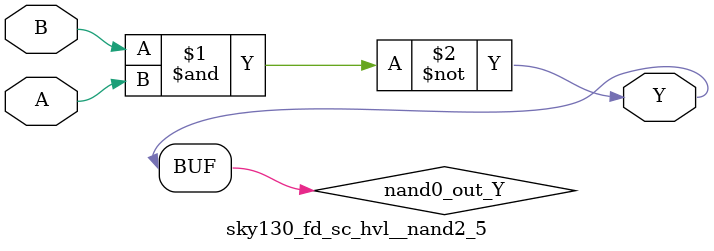
<source format=v>
module sky130_fd_sc_hvl__nand2_5 (
    Y,
    A,
    B
);
    output Y;
    input  A;
    input  B;
    wire nand0_out_Y;
    nand nand0 (nand0_out_Y, B, A           );
    buf  buf0  (Y          , nand0_out_Y    );
endmodule
</source>
